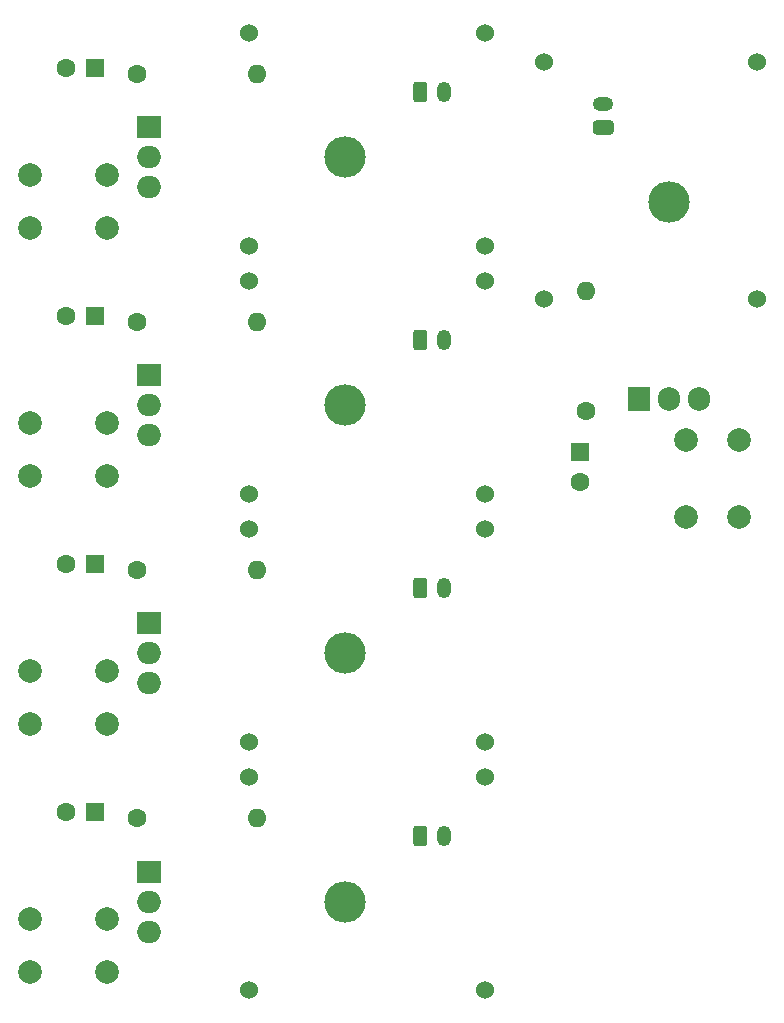
<source format=gbr>
%TF.GenerationSoftware,KiCad,Pcbnew,(5.1.9)-1*%
%TF.CreationDate,2021-03-18T16:40:49+01:00*%
%TF.ProjectId,DOORSENSOR,444f4f52-5345-44e5-934f-522e6b696361,rev?*%
%TF.SameCoordinates,Original*%
%TF.FileFunction,Soldermask,Bot*%
%TF.FilePolarity,Negative*%
%FSLAX46Y46*%
G04 Gerber Fmt 4.6, Leading zero omitted, Abs format (unit mm)*
G04 Created by KiCad (PCBNEW (5.1.9)-1) date 2021-03-18 16:40:49*
%MOMM*%
%LPD*%
G01*
G04 APERTURE LIST*
%ADD10C,2.000000*%
%ADD11C,1.524000*%
%ADD12O,1.905000X2.000000*%
%ADD13R,1.905000X2.000000*%
%ADD14O,3.500000X3.500000*%
%ADD15C,1.600000*%
%ADD16R,1.600000X1.600000*%
%ADD17O,1.600000X1.600000*%
%ADD18O,1.750000X1.200000*%
%ADD19O,1.200000X1.750000*%
%ADD20O,2.000000X1.905000*%
%ADD21R,2.000000X1.905000*%
G04 APERTURE END LIST*
D10*
%TO.C,SW2*%
X157500000Y-95000000D03*
X153000000Y-95000000D03*
X157500000Y-88500000D03*
X153000000Y-88500000D03*
%TD*%
D11*
%TO.C,SW1*%
X141000000Y-76500000D03*
X141000000Y-56500000D03*
%TD*%
D12*
%TO.C,Q1*%
X154080000Y-85000000D03*
X151540000Y-85000000D03*
D13*
X149000000Y-85000000D03*
D14*
X151540000Y-68340000D03*
%TD*%
D15*
%TO.C,C1*%
X144000000Y-92000000D03*
D16*
X144000000Y-89500000D03*
%TD*%
D11*
%TO.C,SW3*%
X159000000Y-56500000D03*
X159000000Y-76500000D03*
%TD*%
D17*
%TO.C,R1*%
X144500000Y-75840000D03*
D15*
X144500000Y-86000000D03*
%TD*%
D18*
%TO.C,J4*%
X146000000Y-60000000D03*
G36*
G01*
X146625001Y-62600000D02*
X145374999Y-62600000D01*
G75*
G02*
X145125000Y-62350001I0J249999D01*
G01*
X145125000Y-61649999D01*
G75*
G02*
X145374999Y-61400000I249999J0D01*
G01*
X146625001Y-61400000D01*
G75*
G02*
X146875000Y-61649999I0J-249999D01*
G01*
X146875000Y-62350001D01*
G75*
G02*
X146625001Y-62600000I-249999J0D01*
G01*
G37*
%TD*%
D11*
%TO.C,SW1*%
X116000000Y-117000000D03*
X136000000Y-117000000D03*
%TD*%
D15*
%TO.C,C1*%
X100500000Y-120000000D03*
D16*
X103000000Y-120000000D03*
%TD*%
D19*
%TO.C,J4*%
X132500000Y-122000000D03*
G36*
G01*
X129900000Y-122625001D02*
X129900000Y-121374999D01*
G75*
G02*
X130149999Y-121125000I249999J0D01*
G01*
X130850001Y-121125000D01*
G75*
G02*
X131100000Y-121374999I0J-249999D01*
G01*
X131100000Y-122625001D01*
G75*
G02*
X130850001Y-122875000I-249999J0D01*
G01*
X130149999Y-122875000D01*
G75*
G02*
X129900000Y-122625001I0J249999D01*
G01*
G37*
%TD*%
D10*
%TO.C,SW2*%
X97500000Y-133500000D03*
X97500000Y-129000000D03*
X104000000Y-133500000D03*
X104000000Y-129000000D03*
%TD*%
D11*
%TO.C,SW3*%
X136000000Y-135000000D03*
X116000000Y-135000000D03*
%TD*%
D20*
%TO.C,Q1*%
X107500000Y-130080000D03*
X107500000Y-127540000D03*
D21*
X107500000Y-125000000D03*
D14*
X124160000Y-127540000D03*
%TD*%
D17*
%TO.C,R1*%
X116660000Y-120500000D03*
D15*
X106500000Y-120500000D03*
%TD*%
D10*
%TO.C,SW2*%
X104000000Y-108000000D03*
X104000000Y-112500000D03*
X97500000Y-108000000D03*
X97500000Y-112500000D03*
%TD*%
D14*
%TO.C,Q1*%
X124160000Y-106540000D03*
D21*
X107500000Y-104000000D03*
D20*
X107500000Y-106540000D03*
X107500000Y-109080000D03*
%TD*%
D16*
%TO.C,C1*%
X103000000Y-99000000D03*
D15*
X100500000Y-99000000D03*
%TD*%
%TO.C,R1*%
X106500000Y-99500000D03*
D17*
X116660000Y-99500000D03*
%TD*%
D11*
%TO.C,SW1*%
X136000000Y-96000000D03*
X116000000Y-96000000D03*
%TD*%
%TO.C,SW3*%
X116000000Y-114000000D03*
X136000000Y-114000000D03*
%TD*%
%TO.C,J4*%
G36*
G01*
X129900000Y-101625001D02*
X129900000Y-100374999D01*
G75*
G02*
X130149999Y-100125000I249999J0D01*
G01*
X130850001Y-100125000D01*
G75*
G02*
X131100000Y-100374999I0J-249999D01*
G01*
X131100000Y-101625001D01*
G75*
G02*
X130850001Y-101875000I-249999J0D01*
G01*
X130149999Y-101875000D01*
G75*
G02*
X129900000Y-101625001I0J249999D01*
G01*
G37*
D19*
X132500000Y-101000000D03*
%TD*%
D10*
%TO.C,SW2*%
X97500000Y-91500000D03*
X97500000Y-87000000D03*
X104000000Y-91500000D03*
X104000000Y-87000000D03*
%TD*%
D11*
%TO.C,SW1*%
X116000000Y-75000000D03*
X136000000Y-75000000D03*
%TD*%
D20*
%TO.C,Q1*%
X107500000Y-88080000D03*
X107500000Y-85540000D03*
D21*
X107500000Y-83000000D03*
D14*
X124160000Y-85540000D03*
%TD*%
D15*
%TO.C,C1*%
X100500000Y-78000000D03*
D16*
X103000000Y-78000000D03*
%TD*%
D11*
%TO.C,SW3*%
X136000000Y-93000000D03*
X116000000Y-93000000D03*
%TD*%
D17*
%TO.C,R1*%
X116660000Y-78500000D03*
D15*
X106500000Y-78500000D03*
%TD*%
D19*
%TO.C,J4*%
X132500000Y-80000000D03*
G36*
G01*
X129900000Y-80625001D02*
X129900000Y-79374999D01*
G75*
G02*
X130149999Y-79125000I249999J0D01*
G01*
X130850001Y-79125000D01*
G75*
G02*
X131100000Y-79374999I0J-249999D01*
G01*
X131100000Y-80625001D01*
G75*
G02*
X130850001Y-80875000I-249999J0D01*
G01*
X130149999Y-80875000D01*
G75*
G02*
X129900000Y-80625001I0J249999D01*
G01*
G37*
%TD*%
D16*
%TO.C,C1*%
X103000000Y-57000000D03*
D15*
X100500000Y-57000000D03*
%TD*%
%TO.C,J4*%
G36*
G01*
X129900000Y-59625001D02*
X129900000Y-58374999D01*
G75*
G02*
X130149999Y-58125000I249999J0D01*
G01*
X130850001Y-58125000D01*
G75*
G02*
X131100000Y-58374999I0J-249999D01*
G01*
X131100000Y-59625001D01*
G75*
G02*
X130850001Y-59875000I-249999J0D01*
G01*
X130149999Y-59875000D01*
G75*
G02*
X129900000Y-59625001I0J249999D01*
G01*
G37*
D19*
X132500000Y-59000000D03*
%TD*%
D14*
%TO.C,Q1*%
X124160000Y-64540000D03*
D21*
X107500000Y-62000000D03*
D20*
X107500000Y-64540000D03*
X107500000Y-67080000D03*
%TD*%
D15*
%TO.C,R1*%
X106500000Y-57500000D03*
D17*
X116660000Y-57500000D03*
%TD*%
D11*
%TO.C,SW1*%
X136000000Y-54000000D03*
X116000000Y-54000000D03*
%TD*%
D10*
%TO.C,SW2*%
X104000000Y-66000000D03*
X104000000Y-70500000D03*
X97500000Y-66000000D03*
X97500000Y-70500000D03*
%TD*%
D11*
%TO.C,SW3*%
X116000000Y-72000000D03*
X136000000Y-72000000D03*
%TD*%
M02*

</source>
